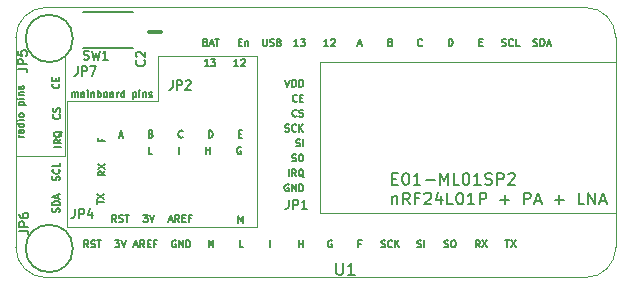
<source format=gbr>
G04 #@! TF.GenerationSoftware,KiCad,Pcbnew,(5.1.4-0-10_14)*
G04 #@! TF.CreationDate,2019-11-15T13:24:20+01:00*
G04 #@! TF.ProjectId,FeatherWing nRF24L01 Adapter,46656174-6865-4725-9769-6e67206e5246,rev?*
G04 #@! TF.SameCoordinates,Original*
G04 #@! TF.FileFunction,Legend,Top*
G04 #@! TF.FilePolarity,Positive*
%FSLAX46Y46*%
G04 Gerber Fmt 4.6, Leading zero omitted, Abs format (unit mm)*
G04 Created by KiCad (PCBNEW (5.1.4-0-10_14)) date 2019-11-15 13:24:20*
%MOMM*%
%LPD*%
G04 APERTURE LIST*
%ADD10C,0.150000*%
%ADD11C,0.120000*%
%ADD12C,0.203200*%
%ADD13C,0.304800*%
%ADD14C,0.138988*%
G04 APERTURE END LIST*
D10*
X118257014Y-83607828D02*
X117914157Y-83607828D01*
X118085585Y-83607828D02*
X118085585Y-83007828D01*
X118028442Y-83093542D01*
X117971300Y-83150685D01*
X117914157Y-83179257D01*
X118485585Y-83064971D02*
X118514157Y-83036400D01*
X118571300Y-83007828D01*
X118714157Y-83007828D01*
X118771300Y-83036400D01*
X118799871Y-83064971D01*
X118828442Y-83122114D01*
X118828442Y-83179257D01*
X118799871Y-83264971D01*
X118457014Y-83607828D01*
X118828442Y-83607828D01*
X115727014Y-83627828D02*
X115384157Y-83627828D01*
X115555585Y-83627828D02*
X115555585Y-83027828D01*
X115498442Y-83113542D01*
X115441300Y-83170685D01*
X115384157Y-83199257D01*
X115927014Y-83027828D02*
X116298442Y-83027828D01*
X116098442Y-83256400D01*
X116184157Y-83256400D01*
X116241300Y-83284971D01*
X116269871Y-83313542D01*
X116298442Y-83370685D01*
X116298442Y-83513542D01*
X116269871Y-83570685D01*
X116241300Y-83599257D01*
X116184157Y-83627828D01*
X116012728Y-83627828D01*
X115955585Y-83599257D01*
X115927014Y-83570685D01*
X108177142Y-89500000D02*
X108462857Y-89500000D01*
X108120000Y-89671428D02*
X108320000Y-89071428D01*
X108520000Y-89671428D01*
X110860357Y-89357142D02*
X110946071Y-89385714D01*
X110974642Y-89414285D01*
X111003214Y-89471428D01*
X111003214Y-89557142D01*
X110974642Y-89614285D01*
X110946071Y-89642857D01*
X110888928Y-89671428D01*
X110660357Y-89671428D01*
X110660357Y-89071428D01*
X110860357Y-89071428D01*
X110917500Y-89100000D01*
X110946071Y-89128571D01*
X110974642Y-89185714D01*
X110974642Y-89242857D01*
X110946071Y-89300000D01*
X110917500Y-89328571D01*
X110860357Y-89357142D01*
X110660357Y-89357142D01*
X113543571Y-89614285D02*
X113514999Y-89642857D01*
X113429285Y-89671428D01*
X113372142Y-89671428D01*
X113286428Y-89642857D01*
X113229285Y-89585714D01*
X113200714Y-89528571D01*
X113172142Y-89414285D01*
X113172142Y-89328571D01*
X113200714Y-89214285D01*
X113229285Y-89157142D01*
X113286428Y-89100000D01*
X113372142Y-89071428D01*
X113429285Y-89071428D01*
X113514999Y-89100000D01*
X113543571Y-89128571D01*
X115741071Y-89671428D02*
X115741071Y-89071428D01*
X115883928Y-89071428D01*
X115969642Y-89100000D01*
X116026785Y-89157142D01*
X116055356Y-89214285D01*
X116083928Y-89328571D01*
X116083928Y-89414285D01*
X116055356Y-89528571D01*
X116026785Y-89585714D01*
X115969642Y-89642857D01*
X115883928Y-89671428D01*
X115741071Y-89671428D01*
X118281428Y-89357142D02*
X118481428Y-89357142D01*
X118567142Y-89671428D02*
X118281428Y-89671428D01*
X118281428Y-89071428D01*
X118567142Y-89071428D01*
X118250000Y-96921428D02*
X118250000Y-96321428D01*
X118450000Y-96750000D01*
X118650000Y-96321428D01*
X118650000Y-96921428D01*
X110955714Y-91071428D02*
X110670000Y-91071428D01*
X110670000Y-90471428D01*
X113183333Y-91071428D02*
X113183333Y-90471428D01*
X115496665Y-91071428D02*
X115496665Y-90471428D01*
X115496665Y-90757142D02*
X115839522Y-90757142D01*
X115839522Y-91071428D02*
X115839522Y-90471428D01*
X118467142Y-90500000D02*
X118410000Y-90471428D01*
X118324285Y-90471428D01*
X118238571Y-90500000D01*
X118181428Y-90557142D01*
X118152857Y-90614285D01*
X118124285Y-90728571D01*
X118124285Y-90814285D01*
X118152857Y-90928571D01*
X118181428Y-90985714D01*
X118238571Y-91042857D01*
X118324285Y-91071428D01*
X118381428Y-91071428D01*
X118467142Y-91042857D01*
X118495714Y-91014285D01*
X118495714Y-90814285D01*
X118381428Y-90814285D01*
X123327014Y-81932428D02*
X122984157Y-81932428D01*
X123155585Y-81932428D02*
X123155585Y-81332428D01*
X123098442Y-81418142D01*
X123041300Y-81475285D01*
X122984157Y-81503857D01*
X123527014Y-81332428D02*
X123898442Y-81332428D01*
X123698442Y-81561000D01*
X123784157Y-81561000D01*
X123841300Y-81589571D01*
X123869871Y-81618142D01*
X123898442Y-81675285D01*
X123898442Y-81818142D01*
X123869871Y-81875285D01*
X123841300Y-81903857D01*
X123784157Y-81932428D01*
X123612728Y-81932428D01*
X123555585Y-81903857D01*
X123527014Y-81875285D01*
X123121428Y-90399997D02*
X123207142Y-90428568D01*
X123349999Y-90428568D01*
X123407142Y-90399997D01*
X123435714Y-90371425D01*
X123464285Y-90314282D01*
X123464285Y-90257140D01*
X123435714Y-90199997D01*
X123407142Y-90171425D01*
X123349999Y-90142854D01*
X123235714Y-90114282D01*
X123178571Y-90085711D01*
X123149999Y-90057140D01*
X123121428Y-89999997D01*
X123121428Y-89942854D01*
X123149999Y-89885711D01*
X123178571Y-89857140D01*
X123235714Y-89828568D01*
X123378571Y-89828568D01*
X123464285Y-89857140D01*
X123721428Y-90428568D02*
X123721428Y-89828568D01*
X122207142Y-89135712D02*
X122292856Y-89164283D01*
X122435713Y-89164283D01*
X122492856Y-89135712D01*
X122521428Y-89107140D01*
X122549999Y-89049997D01*
X122549999Y-88992855D01*
X122521428Y-88935712D01*
X122492856Y-88907140D01*
X122435713Y-88878569D01*
X122321428Y-88849997D01*
X122264285Y-88821426D01*
X122235713Y-88792855D01*
X122207142Y-88735712D01*
X122207142Y-88678569D01*
X122235713Y-88621426D01*
X122264285Y-88592855D01*
X122321428Y-88564283D01*
X122464285Y-88564283D01*
X122549999Y-88592855D01*
X123149999Y-89107140D02*
X123121428Y-89135712D01*
X123035713Y-89164283D01*
X122978571Y-89164283D01*
X122892856Y-89135712D01*
X122835713Y-89078569D01*
X122807142Y-89021426D01*
X122778571Y-88907140D01*
X122778571Y-88821426D01*
X122807142Y-88707140D01*
X122835713Y-88649997D01*
X122892856Y-88592855D01*
X122978571Y-88564283D01*
X123035713Y-88564283D01*
X123121428Y-88592855D01*
X123149999Y-88621426D01*
X123407142Y-89164283D02*
X123407142Y-88564283D01*
X123749999Y-89164283D02*
X123492856Y-88821426D01*
X123749999Y-88564283D02*
X123407142Y-88907140D01*
X122778571Y-91664282D02*
X122864286Y-91692853D01*
X123007143Y-91692853D01*
X123064286Y-91664282D01*
X123092857Y-91635710D01*
X123121428Y-91578567D01*
X123121428Y-91521425D01*
X123092857Y-91464282D01*
X123064286Y-91435710D01*
X123007143Y-91407139D01*
X122892857Y-91378567D01*
X122835714Y-91349996D01*
X122807143Y-91321425D01*
X122778571Y-91264282D01*
X122778571Y-91207139D01*
X122807143Y-91149996D01*
X122835714Y-91121425D01*
X122892857Y-91092853D01*
X123035714Y-91092853D01*
X123121428Y-91121425D01*
X123492857Y-91092853D02*
X123607143Y-91092853D01*
X123664286Y-91121425D01*
X123721428Y-91178567D01*
X123750000Y-91292853D01*
X123750000Y-91492853D01*
X123721428Y-91607139D01*
X123664286Y-91664282D01*
X123607143Y-91692853D01*
X123492857Y-91692853D01*
X123435714Y-91664282D01*
X123378571Y-91607139D01*
X123350000Y-91492853D01*
X123350000Y-91292853D01*
X123378571Y-91178567D01*
X123435714Y-91121425D01*
X123492857Y-91092853D01*
X122492857Y-92957138D02*
X122492857Y-92357138D01*
X123121428Y-92957138D02*
X122921428Y-92671424D01*
X122778571Y-92957138D02*
X122778571Y-92357138D01*
X123007143Y-92357138D01*
X123064285Y-92385710D01*
X123092857Y-92414281D01*
X123121428Y-92471424D01*
X123121428Y-92557138D01*
X123092857Y-92614281D01*
X123064285Y-92642852D01*
X123007143Y-92671424D01*
X122778571Y-92671424D01*
X123778571Y-93014281D02*
X123721428Y-92985710D01*
X123664285Y-92928567D01*
X123578571Y-92842852D01*
X123521428Y-92814281D01*
X123464285Y-92814281D01*
X123492857Y-92957138D02*
X123435714Y-92928567D01*
X123378571Y-92871424D01*
X123350000Y-92757138D01*
X123350000Y-92557138D01*
X123378571Y-92442852D01*
X123435714Y-92385710D01*
X123492857Y-92357138D01*
X123607143Y-92357138D01*
X123664285Y-92385710D01*
X123721428Y-92442852D01*
X123750000Y-92557138D01*
X123750000Y-92757138D01*
X123721428Y-92871424D01*
X123664285Y-92928567D01*
X123607143Y-92957138D01*
X123492857Y-92957138D01*
X123178571Y-87842855D02*
X123149999Y-87871427D01*
X123064285Y-87899998D01*
X123007142Y-87899998D01*
X122921428Y-87871427D01*
X122864285Y-87814284D01*
X122835713Y-87757141D01*
X122807142Y-87642855D01*
X122807142Y-87557141D01*
X122835713Y-87442855D01*
X122864285Y-87385712D01*
X122921428Y-87328570D01*
X123007142Y-87299998D01*
X123064285Y-87299998D01*
X123149999Y-87328570D01*
X123178571Y-87357141D01*
X123407142Y-87871427D02*
X123492856Y-87899998D01*
X123635713Y-87899998D01*
X123692856Y-87871427D01*
X123721428Y-87842855D01*
X123749999Y-87785712D01*
X123749999Y-87728570D01*
X123721428Y-87671427D01*
X123692856Y-87642855D01*
X123635713Y-87614284D01*
X123521428Y-87585712D01*
X123464285Y-87557141D01*
X123435713Y-87528570D01*
X123407142Y-87471427D01*
X123407142Y-87414284D01*
X123435713Y-87357141D01*
X123464285Y-87328570D01*
X123521428Y-87299998D01*
X123664285Y-87299998D01*
X123749999Y-87328570D01*
X123207142Y-86578570D02*
X123178571Y-86607142D01*
X123092857Y-86635713D01*
X123035714Y-86635713D01*
X122949999Y-86607142D01*
X122892857Y-86549999D01*
X122864285Y-86492856D01*
X122835714Y-86378570D01*
X122835714Y-86292856D01*
X122864285Y-86178570D01*
X122892857Y-86121427D01*
X122949999Y-86064285D01*
X123035714Y-86035713D01*
X123092857Y-86035713D01*
X123178571Y-86064285D01*
X123207142Y-86092856D01*
X123464285Y-86321427D02*
X123664285Y-86321427D01*
X123749999Y-86635713D02*
X123464285Y-86635713D01*
X123464285Y-86035713D01*
X123749999Y-86035713D01*
X122492857Y-93650000D02*
X122435714Y-93621428D01*
X122350000Y-93621428D01*
X122264285Y-93650000D01*
X122207142Y-93707142D01*
X122178571Y-93764285D01*
X122150000Y-93878571D01*
X122150000Y-93964285D01*
X122178571Y-94078571D01*
X122207142Y-94135714D01*
X122264285Y-94192857D01*
X122350000Y-94221428D01*
X122407142Y-94221428D01*
X122492857Y-94192857D01*
X122521428Y-94164285D01*
X122521428Y-93964285D01*
X122407142Y-93964285D01*
X122778571Y-94221428D02*
X122778571Y-93621428D01*
X123121428Y-94221428D01*
X123121428Y-93621428D01*
X123407142Y-94221428D02*
X123407142Y-93621428D01*
X123550000Y-93621428D01*
X123635714Y-93650000D01*
X123692857Y-93707142D01*
X123721428Y-93764285D01*
X123750000Y-93878571D01*
X123750000Y-93964285D01*
X123721428Y-94078571D01*
X123692857Y-94135714D01*
X123635714Y-94192857D01*
X123550000Y-94221428D01*
X123407142Y-94221428D01*
X122207143Y-84771428D02*
X122407143Y-85371428D01*
X122607143Y-84771428D01*
X122807143Y-85371428D02*
X122807143Y-84771428D01*
X122950000Y-84771428D01*
X123035714Y-84800000D01*
X123092857Y-84857142D01*
X123121428Y-84914285D01*
X123150000Y-85028571D01*
X123150000Y-85114285D01*
X123121428Y-85228571D01*
X123092857Y-85285714D01*
X123035714Y-85342857D01*
X122950000Y-85371428D01*
X122807143Y-85371428D01*
X123407143Y-85371428D02*
X123407143Y-84771428D01*
X123550000Y-84771428D01*
X123635714Y-84800000D01*
X123692857Y-84857142D01*
X123721428Y-84914285D01*
X123750000Y-85028571D01*
X123750000Y-85114285D01*
X123721428Y-85228571D01*
X123692857Y-85285714D01*
X123635714Y-85342857D01*
X123550000Y-85371428D01*
X123407143Y-85371428D01*
X106667142Y-89794285D02*
X106667142Y-89994285D01*
X106981428Y-89994285D02*
X106381428Y-89994285D01*
X106381428Y-89708571D01*
X106971428Y-92540000D02*
X106685714Y-92740000D01*
X106971428Y-92882857D02*
X106371428Y-92882857D01*
X106371428Y-92654285D01*
X106400000Y-92597142D01*
X106428571Y-92568571D01*
X106485714Y-92540000D01*
X106571428Y-92540000D01*
X106628571Y-92568571D01*
X106657142Y-92597142D01*
X106685714Y-92654285D01*
X106685714Y-92882857D01*
X106371428Y-92340000D02*
X106971428Y-91940000D01*
X106371428Y-91940000D02*
X106971428Y-92340000D01*
X106311428Y-95337142D02*
X106311428Y-94994285D01*
X106911428Y-95165714D02*
X106311428Y-95165714D01*
X106311428Y-94851428D02*
X106911428Y-94451428D01*
X106311428Y-94451428D02*
X106911428Y-94851428D01*
X104159471Y-86237728D02*
X104159471Y-85837728D01*
X104159471Y-85894871D02*
X104188042Y-85866300D01*
X104245185Y-85837728D01*
X104330900Y-85837728D01*
X104388042Y-85866300D01*
X104416614Y-85923442D01*
X104416614Y-86237728D01*
X104416614Y-85923442D02*
X104445185Y-85866300D01*
X104502328Y-85837728D01*
X104588042Y-85837728D01*
X104645185Y-85866300D01*
X104673757Y-85923442D01*
X104673757Y-86237728D01*
X105216614Y-86237728D02*
X105216614Y-85923442D01*
X105188042Y-85866300D01*
X105130900Y-85837728D01*
X105016614Y-85837728D01*
X104959471Y-85866300D01*
X105216614Y-86209157D02*
X105159471Y-86237728D01*
X105016614Y-86237728D01*
X104959471Y-86209157D01*
X104930900Y-86152014D01*
X104930900Y-86094871D01*
X104959471Y-86037728D01*
X105016614Y-86009157D01*
X105159471Y-86009157D01*
X105216614Y-85980585D01*
X105502328Y-86237728D02*
X105502328Y-85837728D01*
X105502328Y-85637728D02*
X105473757Y-85666300D01*
X105502328Y-85694871D01*
X105530900Y-85666300D01*
X105502328Y-85637728D01*
X105502328Y-85694871D01*
X105788042Y-85837728D02*
X105788042Y-86237728D01*
X105788042Y-85894871D02*
X105816614Y-85866300D01*
X105873757Y-85837728D01*
X105959471Y-85837728D01*
X106016614Y-85866300D01*
X106045185Y-85923442D01*
X106045185Y-86237728D01*
X106330900Y-86237728D02*
X106330900Y-85637728D01*
X106330900Y-85866300D02*
X106388042Y-85837728D01*
X106502328Y-85837728D01*
X106559471Y-85866300D01*
X106588042Y-85894871D01*
X106616614Y-85952014D01*
X106616614Y-86123442D01*
X106588042Y-86180585D01*
X106559471Y-86209157D01*
X106502328Y-86237728D01*
X106388042Y-86237728D01*
X106330900Y-86209157D01*
X106959471Y-86237728D02*
X106902328Y-86209157D01*
X106873757Y-86180585D01*
X106845185Y-86123442D01*
X106845185Y-85952014D01*
X106873757Y-85894871D01*
X106902328Y-85866300D01*
X106959471Y-85837728D01*
X107045185Y-85837728D01*
X107102328Y-85866300D01*
X107130900Y-85894871D01*
X107159471Y-85952014D01*
X107159471Y-86123442D01*
X107130900Y-86180585D01*
X107102328Y-86209157D01*
X107045185Y-86237728D01*
X106959471Y-86237728D01*
X107673757Y-86237728D02*
X107673757Y-85923442D01*
X107645185Y-85866300D01*
X107588042Y-85837728D01*
X107473757Y-85837728D01*
X107416614Y-85866300D01*
X107673757Y-86209157D02*
X107616614Y-86237728D01*
X107473757Y-86237728D01*
X107416614Y-86209157D01*
X107388042Y-86152014D01*
X107388042Y-86094871D01*
X107416614Y-86037728D01*
X107473757Y-86009157D01*
X107616614Y-86009157D01*
X107673757Y-85980585D01*
X107959471Y-86237728D02*
X107959471Y-85837728D01*
X107959471Y-85952014D02*
X107988042Y-85894871D01*
X108016614Y-85866300D01*
X108073757Y-85837728D01*
X108130900Y-85837728D01*
X108588042Y-86237728D02*
X108588042Y-85637728D01*
X108588042Y-86209157D02*
X108530900Y-86237728D01*
X108416614Y-86237728D01*
X108359471Y-86209157D01*
X108330900Y-86180585D01*
X108302328Y-86123442D01*
X108302328Y-85952014D01*
X108330900Y-85894871D01*
X108359471Y-85866300D01*
X108416614Y-85837728D01*
X108530900Y-85837728D01*
X108588042Y-85866300D01*
X109330900Y-85837728D02*
X109330900Y-86437728D01*
X109330900Y-85866300D02*
X109388042Y-85837728D01*
X109502328Y-85837728D01*
X109559471Y-85866300D01*
X109588042Y-85894871D01*
X109616614Y-85952014D01*
X109616614Y-86123442D01*
X109588042Y-86180585D01*
X109559471Y-86209157D01*
X109502328Y-86237728D01*
X109388042Y-86237728D01*
X109330900Y-86209157D01*
X109873757Y-86237728D02*
X109873757Y-85837728D01*
X109873757Y-85637728D02*
X109845185Y-85666300D01*
X109873757Y-85694871D01*
X109902328Y-85666300D01*
X109873757Y-85637728D01*
X109873757Y-85694871D01*
X110159471Y-85837728D02*
X110159471Y-86237728D01*
X110159471Y-85894871D02*
X110188042Y-85866300D01*
X110245185Y-85837728D01*
X110330900Y-85837728D01*
X110388042Y-85866300D01*
X110416614Y-85923442D01*
X110416614Y-86237728D01*
X110673757Y-86209157D02*
X110730900Y-86237728D01*
X110845185Y-86237728D01*
X110902328Y-86209157D01*
X110930900Y-86152014D01*
X110930900Y-86123442D01*
X110902328Y-86066300D01*
X110845185Y-86037728D01*
X110759471Y-86037728D01*
X110702328Y-86009157D01*
X110673757Y-85952014D01*
X110673757Y-85923442D01*
X110702328Y-85866300D01*
X110759471Y-85837728D01*
X110845185Y-85837728D01*
X110902328Y-85866300D01*
D11*
X111480600Y-82791300D02*
X119862600Y-82791300D01*
X111480600Y-86550500D02*
X111480600Y-82791300D01*
X103759000Y-86550500D02*
X111480600Y-86550500D01*
X103759000Y-97205800D02*
X103759000Y-86550500D01*
X119862600Y-97205800D02*
X103759000Y-97205800D01*
X119862600Y-82791300D02*
X119862600Y-97205800D01*
D10*
X107913528Y-96829528D02*
X107713528Y-96543814D01*
X107570671Y-96829528D02*
X107570671Y-96229528D01*
X107799242Y-96229528D01*
X107856385Y-96258100D01*
X107884957Y-96286671D01*
X107913528Y-96343814D01*
X107913528Y-96429528D01*
X107884957Y-96486671D01*
X107856385Y-96515242D01*
X107799242Y-96543814D01*
X107570671Y-96543814D01*
X108142100Y-96800957D02*
X108227814Y-96829528D01*
X108370671Y-96829528D01*
X108427814Y-96800957D01*
X108456385Y-96772385D01*
X108484957Y-96715242D01*
X108484957Y-96658100D01*
X108456385Y-96600957D01*
X108427814Y-96572385D01*
X108370671Y-96543814D01*
X108256385Y-96515242D01*
X108199242Y-96486671D01*
X108170671Y-96458100D01*
X108142100Y-96400957D01*
X108142100Y-96343814D01*
X108170671Y-96286671D01*
X108199242Y-96258100D01*
X108256385Y-96229528D01*
X108399242Y-96229528D01*
X108484957Y-96258100D01*
X108656385Y-96229528D02*
X108999242Y-96229528D01*
X108827814Y-96829528D02*
X108827814Y-96229528D01*
X138657328Y-81618142D02*
X138857328Y-81618142D01*
X138943042Y-81932428D02*
X138657328Y-81932428D01*
X138657328Y-81332428D01*
X138943042Y-81332428D01*
X136050657Y-81932428D02*
X136050657Y-81332428D01*
X136193514Y-81332428D01*
X136279228Y-81361000D01*
X136336371Y-81418142D01*
X136364942Y-81475285D01*
X136393514Y-81589571D01*
X136393514Y-81675285D01*
X136364942Y-81789571D01*
X136336371Y-81846714D01*
X136279228Y-81903857D01*
X136193514Y-81932428D01*
X136050657Y-81932428D01*
X125857014Y-81932428D02*
X125514157Y-81932428D01*
X125685585Y-81932428D02*
X125685585Y-81332428D01*
X125628442Y-81418142D01*
X125571300Y-81475285D01*
X125514157Y-81503857D01*
X126085585Y-81389571D02*
X126114157Y-81361000D01*
X126171300Y-81332428D01*
X126314157Y-81332428D01*
X126371300Y-81361000D01*
X126399871Y-81389571D01*
X126428442Y-81446714D01*
X126428442Y-81503857D01*
X126399871Y-81589571D01*
X126057014Y-81932428D01*
X126428442Y-81932428D01*
X128368442Y-81761000D02*
X128654157Y-81761000D01*
X128311300Y-81932428D02*
X128511300Y-81332428D01*
X128711300Y-81932428D01*
X131147157Y-81618142D02*
X131232871Y-81646714D01*
X131261442Y-81675285D01*
X131290014Y-81732428D01*
X131290014Y-81818142D01*
X131261442Y-81875285D01*
X131232871Y-81903857D01*
X131175728Y-81932428D01*
X130947157Y-81932428D01*
X130947157Y-81332428D01*
X131147157Y-81332428D01*
X131204300Y-81361000D01*
X131232871Y-81389571D01*
X131261442Y-81446714D01*
X131261442Y-81503857D01*
X131232871Y-81561000D01*
X131204300Y-81589571D01*
X131147157Y-81618142D01*
X130947157Y-81618142D01*
X133790014Y-81875285D02*
X133761442Y-81903857D01*
X133675728Y-81932428D01*
X133618585Y-81932428D01*
X133532871Y-81903857D01*
X133475728Y-81846714D01*
X133447157Y-81789571D01*
X133418585Y-81675285D01*
X133418585Y-81589571D01*
X133447157Y-81475285D01*
X133475728Y-81418142D01*
X133532871Y-81361000D01*
X133618585Y-81332428D01*
X133675728Y-81332428D01*
X133761442Y-81361000D01*
X133790014Y-81389571D01*
X100071428Y-89657142D02*
X99671428Y-89657142D01*
X99785714Y-89657142D02*
X99728571Y-89628571D01*
X99700000Y-89600000D01*
X99671428Y-89542857D01*
X99671428Y-89485714D01*
X100071428Y-89028571D02*
X99757142Y-89028571D01*
X99700000Y-89057142D01*
X99671428Y-89114285D01*
X99671428Y-89228571D01*
X99700000Y-89285714D01*
X100042857Y-89028571D02*
X100071428Y-89085714D01*
X100071428Y-89228571D01*
X100042857Y-89285714D01*
X99985714Y-89314285D01*
X99928571Y-89314285D01*
X99871428Y-89285714D01*
X99842857Y-89228571D01*
X99842857Y-89085714D01*
X99814285Y-89028571D01*
X100071428Y-88485714D02*
X99471428Y-88485714D01*
X100042857Y-88485714D02*
X100071428Y-88542857D01*
X100071428Y-88657142D01*
X100042857Y-88714285D01*
X100014285Y-88742857D01*
X99957142Y-88771428D01*
X99785714Y-88771428D01*
X99728571Y-88742857D01*
X99700000Y-88714285D01*
X99671428Y-88657142D01*
X99671428Y-88542857D01*
X99700000Y-88485714D01*
X100071428Y-88200000D02*
X99671428Y-88200000D01*
X99471428Y-88200000D02*
X99500000Y-88228571D01*
X99528571Y-88200000D01*
X99500000Y-88171428D01*
X99471428Y-88200000D01*
X99528571Y-88200000D01*
X100071428Y-87828571D02*
X100042857Y-87885714D01*
X100014285Y-87914285D01*
X99957142Y-87942857D01*
X99785714Y-87942857D01*
X99728571Y-87914285D01*
X99700000Y-87885714D01*
X99671428Y-87828571D01*
X99671428Y-87742857D01*
X99700000Y-87685714D01*
X99728571Y-87657142D01*
X99785714Y-87628571D01*
X99957142Y-87628571D01*
X100014285Y-87657142D01*
X100042857Y-87685714D01*
X100071428Y-87742857D01*
X100071428Y-87828571D01*
X99671428Y-86914285D02*
X100271428Y-86914285D01*
X99700000Y-86914285D02*
X99671428Y-86857142D01*
X99671428Y-86742857D01*
X99700000Y-86685714D01*
X99728571Y-86657142D01*
X99785714Y-86628571D01*
X99957142Y-86628571D01*
X100014285Y-86657142D01*
X100042857Y-86685714D01*
X100071428Y-86742857D01*
X100071428Y-86857142D01*
X100042857Y-86914285D01*
X100071428Y-86371428D02*
X99671428Y-86371428D01*
X99471428Y-86371428D02*
X99500000Y-86400000D01*
X99528571Y-86371428D01*
X99500000Y-86342857D01*
X99471428Y-86371428D01*
X99528571Y-86371428D01*
X99671428Y-86085714D02*
X100071428Y-86085714D01*
X99728571Y-86085714D02*
X99700000Y-86057142D01*
X99671428Y-86000000D01*
X99671428Y-85914285D01*
X99700000Y-85857142D01*
X99757142Y-85828571D01*
X100071428Y-85828571D01*
X100042857Y-85571428D02*
X100071428Y-85514285D01*
X100071428Y-85400000D01*
X100042857Y-85342857D01*
X99985714Y-85314285D01*
X99957142Y-85314285D01*
X99900000Y-85342857D01*
X99871428Y-85400000D01*
X99871428Y-85485714D01*
X99842857Y-85542857D01*
X99785714Y-85571428D01*
X99757142Y-85571428D01*
X99700000Y-85542857D01*
X99671428Y-85485714D01*
X99671428Y-85400000D01*
X99700000Y-85342857D01*
D11*
X103600000Y-91200000D02*
X103600000Y-82800000D01*
X99400000Y-91200000D02*
X103600000Y-91200000D01*
D10*
X103224428Y-90454785D02*
X102624428Y-90454785D01*
X103224428Y-89826214D02*
X102938714Y-90026214D01*
X103224428Y-90169071D02*
X102624428Y-90169071D01*
X102624428Y-89940500D01*
X102653000Y-89883357D01*
X102681571Y-89854785D01*
X102738714Y-89826214D01*
X102824428Y-89826214D01*
X102881571Y-89854785D01*
X102910142Y-89883357D01*
X102938714Y-89940500D01*
X102938714Y-90169071D01*
X103281571Y-89169071D02*
X103253000Y-89226214D01*
X103195857Y-89283357D01*
X103110142Y-89369071D01*
X103081571Y-89426214D01*
X103081571Y-89483357D01*
X103224428Y-89454785D02*
X103195857Y-89511928D01*
X103138714Y-89569071D01*
X103024428Y-89597642D01*
X102824428Y-89597642D01*
X102710142Y-89569071D01*
X102653000Y-89511928D01*
X102624428Y-89454785D01*
X102624428Y-89340500D01*
X102653000Y-89283357D01*
X102710142Y-89226214D01*
X102824428Y-89197642D01*
X103024428Y-89197642D01*
X103138714Y-89226214D01*
X103195857Y-89283357D01*
X103224428Y-89340500D01*
X103224428Y-89454785D01*
X103103785Y-87718000D02*
X103132357Y-87746571D01*
X103160928Y-87832285D01*
X103160928Y-87889428D01*
X103132357Y-87975142D01*
X103075214Y-88032285D01*
X103018071Y-88060857D01*
X102903785Y-88089428D01*
X102818071Y-88089428D01*
X102703785Y-88060857D01*
X102646642Y-88032285D01*
X102589500Y-87975142D01*
X102560928Y-87889428D01*
X102560928Y-87832285D01*
X102589500Y-87746571D01*
X102618071Y-87718000D01*
X103132357Y-87489428D02*
X103160928Y-87403714D01*
X103160928Y-87260857D01*
X103132357Y-87203714D01*
X103103785Y-87175142D01*
X103046642Y-87146571D01*
X102989500Y-87146571D01*
X102932357Y-87175142D01*
X102903785Y-87203714D01*
X102875214Y-87260857D01*
X102846642Y-87375142D01*
X102818071Y-87432285D01*
X102789500Y-87460857D01*
X102732357Y-87489428D01*
X102675214Y-87489428D01*
X102618071Y-87460857D01*
X102589500Y-87432285D01*
X102560928Y-87375142D01*
X102560928Y-87232285D01*
X102589500Y-87146571D01*
X103040285Y-85100214D02*
X103068857Y-85128785D01*
X103097428Y-85214500D01*
X103097428Y-85271642D01*
X103068857Y-85357357D01*
X103011714Y-85414500D01*
X102954571Y-85443071D01*
X102840285Y-85471642D01*
X102754571Y-85471642D01*
X102640285Y-85443071D01*
X102583142Y-85414500D01*
X102526000Y-85357357D01*
X102497428Y-85271642D01*
X102497428Y-85214500D01*
X102526000Y-85128785D01*
X102554571Y-85100214D01*
X102783142Y-84843071D02*
X102783142Y-84643071D01*
X103097428Y-84557357D02*
X103097428Y-84843071D01*
X102497428Y-84843071D01*
X102497428Y-84557357D01*
X103081857Y-93301785D02*
X103110428Y-93216071D01*
X103110428Y-93073214D01*
X103081857Y-93016071D01*
X103053285Y-92987500D01*
X102996142Y-92958928D01*
X102939000Y-92958928D01*
X102881857Y-92987500D01*
X102853285Y-93016071D01*
X102824714Y-93073214D01*
X102796142Y-93187500D01*
X102767571Y-93244642D01*
X102739000Y-93273214D01*
X102681857Y-93301785D01*
X102624714Y-93301785D01*
X102567571Y-93273214D01*
X102539000Y-93244642D01*
X102510428Y-93187500D01*
X102510428Y-93044642D01*
X102539000Y-92958928D01*
X103053285Y-92358928D02*
X103081857Y-92387500D01*
X103110428Y-92473214D01*
X103110428Y-92530357D01*
X103081857Y-92616071D01*
X103024714Y-92673214D01*
X102967571Y-92701785D01*
X102853285Y-92730357D01*
X102767571Y-92730357D01*
X102653285Y-92701785D01*
X102596142Y-92673214D01*
X102539000Y-92616071D01*
X102510428Y-92530357D01*
X102510428Y-92473214D01*
X102539000Y-92387500D01*
X102567571Y-92358928D01*
X103110428Y-91816071D02*
X103110428Y-92101785D01*
X102510428Y-92101785D01*
X103081857Y-95983071D02*
X103110428Y-95897357D01*
X103110428Y-95754500D01*
X103081857Y-95697357D01*
X103053285Y-95668785D01*
X102996142Y-95640214D01*
X102939000Y-95640214D01*
X102881857Y-95668785D01*
X102853285Y-95697357D01*
X102824714Y-95754500D01*
X102796142Y-95868785D01*
X102767571Y-95925928D01*
X102739000Y-95954500D01*
X102681857Y-95983071D01*
X102624714Y-95983071D01*
X102567571Y-95954500D01*
X102539000Y-95925928D01*
X102510428Y-95868785D01*
X102510428Y-95725928D01*
X102539000Y-95640214D01*
X103110428Y-95383071D02*
X102510428Y-95383071D01*
X102510428Y-95240214D01*
X102539000Y-95154500D01*
X102596142Y-95097357D01*
X102653285Y-95068785D01*
X102767571Y-95040214D01*
X102853285Y-95040214D01*
X102967571Y-95068785D01*
X103024714Y-95097357D01*
X103081857Y-95154500D01*
X103110428Y-95240214D01*
X103110428Y-95383071D01*
X102939000Y-94811642D02*
X102939000Y-94525928D01*
X103110428Y-94868785D02*
X102510428Y-94668785D01*
X103110428Y-94468785D01*
X140862857Y-98361428D02*
X141205714Y-98361428D01*
X141034285Y-98961428D02*
X141034285Y-98361428D01*
X141348571Y-98361428D02*
X141748571Y-98961428D01*
X141748571Y-98361428D02*
X141348571Y-98961428D01*
X138680000Y-98961428D02*
X138480000Y-98675714D01*
X138337142Y-98961428D02*
X138337142Y-98361428D01*
X138565714Y-98361428D01*
X138622857Y-98390000D01*
X138651428Y-98418571D01*
X138680000Y-98475714D01*
X138680000Y-98561428D01*
X138651428Y-98618571D01*
X138622857Y-98647142D01*
X138565714Y-98675714D01*
X138337142Y-98675714D01*
X138880000Y-98361428D02*
X139280000Y-98961428D01*
X139280000Y-98361428D02*
X138880000Y-98961428D01*
X135684285Y-98932857D02*
X135770000Y-98961428D01*
X135912857Y-98961428D01*
X135970000Y-98932857D01*
X135998571Y-98904285D01*
X136027142Y-98847142D01*
X136027142Y-98790000D01*
X135998571Y-98732857D01*
X135970000Y-98704285D01*
X135912857Y-98675714D01*
X135798571Y-98647142D01*
X135741428Y-98618571D01*
X135712857Y-98590000D01*
X135684285Y-98532857D01*
X135684285Y-98475714D01*
X135712857Y-98418571D01*
X135741428Y-98390000D01*
X135798571Y-98361428D01*
X135941428Y-98361428D01*
X136027142Y-98390000D01*
X136398571Y-98361428D02*
X136512857Y-98361428D01*
X136570000Y-98390000D01*
X136627142Y-98447142D01*
X136655714Y-98561428D01*
X136655714Y-98761428D01*
X136627142Y-98875714D01*
X136570000Y-98932857D01*
X136512857Y-98961428D01*
X136398571Y-98961428D01*
X136341428Y-98932857D01*
X136284285Y-98875714D01*
X136255714Y-98761428D01*
X136255714Y-98561428D01*
X136284285Y-98447142D01*
X136341428Y-98390000D01*
X136398571Y-98361428D01*
X133385714Y-98932857D02*
X133471428Y-98961428D01*
X133614285Y-98961428D01*
X133671428Y-98932857D01*
X133700000Y-98904285D01*
X133728571Y-98847142D01*
X133728571Y-98790000D01*
X133700000Y-98732857D01*
X133671428Y-98704285D01*
X133614285Y-98675714D01*
X133500000Y-98647142D01*
X133442857Y-98618571D01*
X133414285Y-98590000D01*
X133385714Y-98532857D01*
X133385714Y-98475714D01*
X133414285Y-98418571D01*
X133442857Y-98390000D01*
X133500000Y-98361428D01*
X133642857Y-98361428D01*
X133728571Y-98390000D01*
X133985714Y-98961428D02*
X133985714Y-98361428D01*
X130338571Y-98932857D02*
X130424285Y-98961428D01*
X130567142Y-98961428D01*
X130624285Y-98932857D01*
X130652857Y-98904285D01*
X130681428Y-98847142D01*
X130681428Y-98790000D01*
X130652857Y-98732857D01*
X130624285Y-98704285D01*
X130567142Y-98675714D01*
X130452857Y-98647142D01*
X130395714Y-98618571D01*
X130367142Y-98590000D01*
X130338571Y-98532857D01*
X130338571Y-98475714D01*
X130367142Y-98418571D01*
X130395714Y-98390000D01*
X130452857Y-98361428D01*
X130595714Y-98361428D01*
X130681428Y-98390000D01*
X131281428Y-98904285D02*
X131252857Y-98932857D01*
X131167142Y-98961428D01*
X131110000Y-98961428D01*
X131024285Y-98932857D01*
X130967142Y-98875714D01*
X130938571Y-98818571D01*
X130910000Y-98704285D01*
X130910000Y-98618571D01*
X130938571Y-98504285D01*
X130967142Y-98447142D01*
X131024285Y-98390000D01*
X131110000Y-98361428D01*
X131167142Y-98361428D01*
X131252857Y-98390000D01*
X131281428Y-98418571D01*
X131538571Y-98961428D02*
X131538571Y-98361428D01*
X131881428Y-98961428D02*
X131624285Y-98618571D01*
X131881428Y-98361428D02*
X131538571Y-98704285D01*
X128605714Y-98647142D02*
X128405714Y-98647142D01*
X128405714Y-98961428D02*
X128405714Y-98361428D01*
X128691428Y-98361428D01*
X126167142Y-98390000D02*
X126110000Y-98361428D01*
X126024285Y-98361428D01*
X125938571Y-98390000D01*
X125881428Y-98447142D01*
X125852857Y-98504285D01*
X125824285Y-98618571D01*
X125824285Y-98704285D01*
X125852857Y-98818571D01*
X125881428Y-98875714D01*
X125938571Y-98932857D01*
X126024285Y-98961428D01*
X126081428Y-98961428D01*
X126167142Y-98932857D01*
X126195714Y-98904285D01*
X126195714Y-98704285D01*
X126081428Y-98704285D01*
X123398571Y-98961428D02*
X123398571Y-98361428D01*
X123398571Y-98647142D02*
X123741428Y-98647142D01*
X123741428Y-98961428D02*
X123741428Y-98361428D01*
X120890000Y-98961428D02*
X120890000Y-98361428D01*
X118655714Y-98961428D02*
X118370000Y-98961428D01*
X118370000Y-98361428D01*
X115720000Y-98961428D02*
X115720000Y-98361428D01*
X115920000Y-98790000D01*
X116120000Y-98361428D01*
X116120000Y-98961428D01*
X112932857Y-98390000D02*
X112875714Y-98361428D01*
X112790000Y-98361428D01*
X112704285Y-98390000D01*
X112647142Y-98447142D01*
X112618571Y-98504285D01*
X112590000Y-98618571D01*
X112590000Y-98704285D01*
X112618571Y-98818571D01*
X112647142Y-98875714D01*
X112704285Y-98932857D01*
X112790000Y-98961428D01*
X112847142Y-98961428D01*
X112932857Y-98932857D01*
X112961428Y-98904285D01*
X112961428Y-98704285D01*
X112847142Y-98704285D01*
X113218571Y-98961428D02*
X113218571Y-98361428D01*
X113561428Y-98961428D01*
X113561428Y-98361428D01*
X113847142Y-98961428D02*
X113847142Y-98361428D01*
X113990000Y-98361428D01*
X114075714Y-98390000D01*
X114132857Y-98447142D01*
X114161428Y-98504285D01*
X114190000Y-98618571D01*
X114190000Y-98704285D01*
X114161428Y-98818571D01*
X114132857Y-98875714D01*
X114075714Y-98932857D01*
X113990000Y-98961428D01*
X113847142Y-98961428D01*
X109413071Y-98790000D02*
X109698785Y-98790000D01*
X109355928Y-98961428D02*
X109555928Y-98361428D01*
X109755928Y-98961428D01*
X110298785Y-98961428D02*
X110098785Y-98675714D01*
X109955928Y-98961428D02*
X109955928Y-98361428D01*
X110184500Y-98361428D01*
X110241642Y-98390000D01*
X110270214Y-98418571D01*
X110298785Y-98475714D01*
X110298785Y-98561428D01*
X110270214Y-98618571D01*
X110241642Y-98647142D01*
X110184500Y-98675714D01*
X109955928Y-98675714D01*
X110555928Y-98647142D02*
X110755928Y-98647142D01*
X110841642Y-98961428D02*
X110555928Y-98961428D01*
X110555928Y-98361428D01*
X110841642Y-98361428D01*
X111298785Y-98647142D02*
X111098785Y-98647142D01*
X111098785Y-98961428D02*
X111098785Y-98361428D01*
X111384500Y-98361428D01*
X107802857Y-98361428D02*
X108174285Y-98361428D01*
X107974285Y-98590000D01*
X108060000Y-98590000D01*
X108117142Y-98618571D01*
X108145714Y-98647142D01*
X108174285Y-98704285D01*
X108174285Y-98847142D01*
X108145714Y-98904285D01*
X108117142Y-98932857D01*
X108060000Y-98961428D01*
X107888571Y-98961428D01*
X107831428Y-98932857D01*
X107802857Y-98904285D01*
X108345714Y-98361428D02*
X108545714Y-98961428D01*
X108745714Y-98361428D01*
X105547428Y-98961428D02*
X105347428Y-98675714D01*
X105204571Y-98961428D02*
X105204571Y-98361428D01*
X105433142Y-98361428D01*
X105490285Y-98390000D01*
X105518857Y-98418571D01*
X105547428Y-98475714D01*
X105547428Y-98561428D01*
X105518857Y-98618571D01*
X105490285Y-98647142D01*
X105433142Y-98675714D01*
X105204571Y-98675714D01*
X105776000Y-98932857D02*
X105861714Y-98961428D01*
X106004571Y-98961428D01*
X106061714Y-98932857D01*
X106090285Y-98904285D01*
X106118857Y-98847142D01*
X106118857Y-98790000D01*
X106090285Y-98732857D01*
X106061714Y-98704285D01*
X106004571Y-98675714D01*
X105890285Y-98647142D01*
X105833142Y-98618571D01*
X105804571Y-98590000D01*
X105776000Y-98532857D01*
X105776000Y-98475714D01*
X105804571Y-98418571D01*
X105833142Y-98390000D01*
X105890285Y-98361428D01*
X106033142Y-98361428D01*
X106118857Y-98390000D01*
X106290285Y-98361428D02*
X106633142Y-98361428D01*
X106461714Y-98961428D02*
X106461714Y-98361428D01*
X120324657Y-81332428D02*
X120324657Y-81818142D01*
X120353228Y-81875285D01*
X120381800Y-81903857D01*
X120438942Y-81932428D01*
X120553228Y-81932428D01*
X120610371Y-81903857D01*
X120638942Y-81875285D01*
X120667514Y-81818142D01*
X120667514Y-81332428D01*
X120924657Y-81903857D02*
X121010371Y-81932428D01*
X121153228Y-81932428D01*
X121210371Y-81903857D01*
X121238942Y-81875285D01*
X121267514Y-81818142D01*
X121267514Y-81761000D01*
X121238942Y-81703857D01*
X121210371Y-81675285D01*
X121153228Y-81646714D01*
X121038942Y-81618142D01*
X120981800Y-81589571D01*
X120953228Y-81561000D01*
X120924657Y-81503857D01*
X120924657Y-81446714D01*
X120953228Y-81389571D01*
X120981800Y-81361000D01*
X121038942Y-81332428D01*
X121181800Y-81332428D01*
X121267514Y-81361000D01*
X121724657Y-81618142D02*
X121810371Y-81646714D01*
X121838942Y-81675285D01*
X121867514Y-81732428D01*
X121867514Y-81818142D01*
X121838942Y-81875285D01*
X121810371Y-81903857D01*
X121753228Y-81932428D01*
X121524657Y-81932428D01*
X121524657Y-81332428D01*
X121724657Y-81332428D01*
X121781800Y-81361000D01*
X121810371Y-81389571D01*
X121838942Y-81446714D01*
X121838942Y-81503857D01*
X121810371Y-81561000D01*
X121781800Y-81589571D01*
X121724657Y-81618142D01*
X121524657Y-81618142D01*
X118268800Y-81618142D02*
X118468800Y-81618142D01*
X118554514Y-81932428D02*
X118268800Y-81932428D01*
X118268800Y-81332428D01*
X118554514Y-81332428D01*
X118811657Y-81532428D02*
X118811657Y-81932428D01*
X118811657Y-81589571D02*
X118840228Y-81561000D01*
X118897371Y-81532428D01*
X118983085Y-81532428D01*
X119040228Y-81561000D01*
X119068800Y-81618142D01*
X119068800Y-81932428D01*
X115470042Y-81618142D02*
X115555757Y-81646714D01*
X115584328Y-81675285D01*
X115612900Y-81732428D01*
X115612900Y-81818142D01*
X115584328Y-81875285D01*
X115555757Y-81903857D01*
X115498614Y-81932428D01*
X115270042Y-81932428D01*
X115270042Y-81332428D01*
X115470042Y-81332428D01*
X115527185Y-81361000D01*
X115555757Y-81389571D01*
X115584328Y-81446714D01*
X115584328Y-81503857D01*
X115555757Y-81561000D01*
X115527185Y-81589571D01*
X115470042Y-81618142D01*
X115270042Y-81618142D01*
X115841471Y-81761000D02*
X116127185Y-81761000D01*
X115784328Y-81932428D02*
X115984328Y-81332428D01*
X116184328Y-81932428D01*
X116298614Y-81332428D02*
X116641471Y-81332428D01*
X116470042Y-81932428D02*
X116470042Y-81332428D01*
X140573214Y-81903857D02*
X140658928Y-81932428D01*
X140801785Y-81932428D01*
X140858928Y-81903857D01*
X140887500Y-81875285D01*
X140916071Y-81818142D01*
X140916071Y-81761000D01*
X140887500Y-81703857D01*
X140858928Y-81675285D01*
X140801785Y-81646714D01*
X140687500Y-81618142D01*
X140630357Y-81589571D01*
X140601785Y-81561000D01*
X140573214Y-81503857D01*
X140573214Y-81446714D01*
X140601785Y-81389571D01*
X140630357Y-81361000D01*
X140687500Y-81332428D01*
X140830357Y-81332428D01*
X140916071Y-81361000D01*
X141516071Y-81875285D02*
X141487500Y-81903857D01*
X141401785Y-81932428D01*
X141344642Y-81932428D01*
X141258928Y-81903857D01*
X141201785Y-81846714D01*
X141173214Y-81789571D01*
X141144642Y-81675285D01*
X141144642Y-81589571D01*
X141173214Y-81475285D01*
X141201785Y-81418142D01*
X141258928Y-81361000D01*
X141344642Y-81332428D01*
X141401785Y-81332428D01*
X141487500Y-81361000D01*
X141516071Y-81389571D01*
X142058928Y-81932428D02*
X141773214Y-81932428D01*
X141773214Y-81332428D01*
X143225928Y-81903857D02*
X143311642Y-81932428D01*
X143454500Y-81932428D01*
X143511642Y-81903857D01*
X143540214Y-81875285D01*
X143568785Y-81818142D01*
X143568785Y-81761000D01*
X143540214Y-81703857D01*
X143511642Y-81675285D01*
X143454500Y-81646714D01*
X143340214Y-81618142D01*
X143283071Y-81589571D01*
X143254500Y-81561000D01*
X143225928Y-81503857D01*
X143225928Y-81446714D01*
X143254500Y-81389571D01*
X143283071Y-81361000D01*
X143340214Y-81332428D01*
X143483071Y-81332428D01*
X143568785Y-81361000D01*
X143825928Y-81932428D02*
X143825928Y-81332428D01*
X143968785Y-81332428D01*
X144054500Y-81361000D01*
X144111642Y-81418142D01*
X144140214Y-81475285D01*
X144168785Y-81589571D01*
X144168785Y-81675285D01*
X144140214Y-81789571D01*
X144111642Y-81846714D01*
X144054500Y-81903857D01*
X143968785Y-81932428D01*
X143825928Y-81932428D01*
X144397357Y-81761000D02*
X144683071Y-81761000D01*
X144340214Y-81932428D02*
X144540214Y-81332428D01*
X144740214Y-81932428D01*
X131285595Y-93153571D02*
X131618928Y-93153571D01*
X131761785Y-93677380D02*
X131285595Y-93677380D01*
X131285595Y-92677380D01*
X131761785Y-92677380D01*
X132380833Y-92677380D02*
X132476071Y-92677380D01*
X132571309Y-92725000D01*
X132618928Y-92772619D01*
X132666547Y-92867857D01*
X132714166Y-93058333D01*
X132714166Y-93296428D01*
X132666547Y-93486904D01*
X132618928Y-93582142D01*
X132571309Y-93629761D01*
X132476071Y-93677380D01*
X132380833Y-93677380D01*
X132285595Y-93629761D01*
X132237976Y-93582142D01*
X132190357Y-93486904D01*
X132142738Y-93296428D01*
X132142738Y-93058333D01*
X132190357Y-92867857D01*
X132237976Y-92772619D01*
X132285595Y-92725000D01*
X132380833Y-92677380D01*
X133666547Y-93677380D02*
X133095119Y-93677380D01*
X133380833Y-93677380D02*
X133380833Y-92677380D01*
X133285595Y-92820238D01*
X133190357Y-92915476D01*
X133095119Y-92963095D01*
X134095119Y-93296428D02*
X134857023Y-93296428D01*
X135333214Y-93677380D02*
X135333214Y-92677380D01*
X135666547Y-93391666D01*
X135999880Y-92677380D01*
X135999880Y-93677380D01*
X136952261Y-93677380D02*
X136476071Y-93677380D01*
X136476071Y-92677380D01*
X137476071Y-92677380D02*
X137571309Y-92677380D01*
X137666547Y-92725000D01*
X137714166Y-92772619D01*
X137761785Y-92867857D01*
X137809404Y-93058333D01*
X137809404Y-93296428D01*
X137761785Y-93486904D01*
X137714166Y-93582142D01*
X137666547Y-93629761D01*
X137571309Y-93677380D01*
X137476071Y-93677380D01*
X137380833Y-93629761D01*
X137333214Y-93582142D01*
X137285595Y-93486904D01*
X137237976Y-93296428D01*
X137237976Y-93058333D01*
X137285595Y-92867857D01*
X137333214Y-92772619D01*
X137380833Y-92725000D01*
X137476071Y-92677380D01*
X138761785Y-93677380D02*
X138190357Y-93677380D01*
X138476071Y-93677380D02*
X138476071Y-92677380D01*
X138380833Y-92820238D01*
X138285595Y-92915476D01*
X138190357Y-92963095D01*
X139142738Y-93629761D02*
X139285595Y-93677380D01*
X139523690Y-93677380D01*
X139618928Y-93629761D01*
X139666547Y-93582142D01*
X139714166Y-93486904D01*
X139714166Y-93391666D01*
X139666547Y-93296428D01*
X139618928Y-93248809D01*
X139523690Y-93201190D01*
X139333214Y-93153571D01*
X139237976Y-93105952D01*
X139190357Y-93058333D01*
X139142738Y-92963095D01*
X139142738Y-92867857D01*
X139190357Y-92772619D01*
X139237976Y-92725000D01*
X139333214Y-92677380D01*
X139571309Y-92677380D01*
X139714166Y-92725000D01*
X140142738Y-93677380D02*
X140142738Y-92677380D01*
X140523690Y-92677380D01*
X140618928Y-92725000D01*
X140666547Y-92772619D01*
X140714166Y-92867857D01*
X140714166Y-93010714D01*
X140666547Y-93105952D01*
X140618928Y-93153571D01*
X140523690Y-93201190D01*
X140142738Y-93201190D01*
X141095119Y-92772619D02*
X141142738Y-92725000D01*
X141237976Y-92677380D01*
X141476071Y-92677380D01*
X141571309Y-92725000D01*
X141618928Y-92772619D01*
X141666547Y-92867857D01*
X141666547Y-92963095D01*
X141618928Y-93105952D01*
X141047500Y-93677380D01*
X141666547Y-93677380D01*
X131285595Y-94660714D02*
X131285595Y-95327380D01*
X131285595Y-94755952D02*
X131333214Y-94708333D01*
X131428452Y-94660714D01*
X131571309Y-94660714D01*
X131666547Y-94708333D01*
X131714166Y-94803571D01*
X131714166Y-95327380D01*
X132761785Y-95327380D02*
X132428452Y-94851190D01*
X132190357Y-95327380D02*
X132190357Y-94327380D01*
X132571309Y-94327380D01*
X132666547Y-94375000D01*
X132714166Y-94422619D01*
X132761785Y-94517857D01*
X132761785Y-94660714D01*
X132714166Y-94755952D01*
X132666547Y-94803571D01*
X132571309Y-94851190D01*
X132190357Y-94851190D01*
X133523690Y-94803571D02*
X133190357Y-94803571D01*
X133190357Y-95327380D02*
X133190357Y-94327380D01*
X133666547Y-94327380D01*
X133999880Y-94422619D02*
X134047500Y-94375000D01*
X134142738Y-94327380D01*
X134380833Y-94327380D01*
X134476071Y-94375000D01*
X134523690Y-94422619D01*
X134571309Y-94517857D01*
X134571309Y-94613095D01*
X134523690Y-94755952D01*
X133952261Y-95327380D01*
X134571309Y-95327380D01*
X135428452Y-94660714D02*
X135428452Y-95327380D01*
X135190357Y-94279761D02*
X134952261Y-94994047D01*
X135571309Y-94994047D01*
X136428452Y-95327380D02*
X135952261Y-95327380D01*
X135952261Y-94327380D01*
X136952261Y-94327380D02*
X137047500Y-94327380D01*
X137142738Y-94375000D01*
X137190357Y-94422619D01*
X137237976Y-94517857D01*
X137285595Y-94708333D01*
X137285595Y-94946428D01*
X137237976Y-95136904D01*
X137190357Y-95232142D01*
X137142738Y-95279761D01*
X137047500Y-95327380D01*
X136952261Y-95327380D01*
X136857023Y-95279761D01*
X136809404Y-95232142D01*
X136761785Y-95136904D01*
X136714166Y-94946428D01*
X136714166Y-94708333D01*
X136761785Y-94517857D01*
X136809404Y-94422619D01*
X136857023Y-94375000D01*
X136952261Y-94327380D01*
X138237976Y-95327380D02*
X137666547Y-95327380D01*
X137952261Y-95327380D02*
X137952261Y-94327380D01*
X137857023Y-94470238D01*
X137761785Y-94565476D01*
X137666547Y-94613095D01*
X138666547Y-95327380D02*
X138666547Y-94327380D01*
X139047500Y-94327380D01*
X139142738Y-94375000D01*
X139190357Y-94422619D01*
X139237976Y-94517857D01*
X139237976Y-94660714D01*
X139190357Y-94755952D01*
X139142738Y-94803571D01*
X139047500Y-94851190D01*
X138666547Y-94851190D01*
X140428452Y-94946428D02*
X141190357Y-94946428D01*
X140809404Y-95327380D02*
X140809404Y-94565476D01*
X142428452Y-95327380D02*
X142428452Y-94327380D01*
X142809404Y-94327380D01*
X142904642Y-94375000D01*
X142952261Y-94422619D01*
X142999880Y-94517857D01*
X142999880Y-94660714D01*
X142952261Y-94755952D01*
X142904642Y-94803571D01*
X142809404Y-94851190D01*
X142428452Y-94851190D01*
X143380833Y-95041666D02*
X143857023Y-95041666D01*
X143285595Y-95327380D02*
X143618928Y-94327380D01*
X143952261Y-95327380D01*
X145047500Y-94946428D02*
X145809404Y-94946428D01*
X145428452Y-95327380D02*
X145428452Y-94565476D01*
X147523690Y-95327380D02*
X147047500Y-95327380D01*
X147047500Y-94327380D01*
X147857023Y-95327380D02*
X147857023Y-94327380D01*
X148428452Y-95327380D01*
X148428452Y-94327380D01*
X148857023Y-95041666D02*
X149333214Y-95041666D01*
X148761785Y-95327380D02*
X149095119Y-94327380D01*
X149428452Y-95327380D01*
X110195593Y-96229528D02*
X110567021Y-96229528D01*
X110367021Y-96458100D01*
X110452736Y-96458100D01*
X110509878Y-96486671D01*
X110538450Y-96515242D01*
X110567021Y-96572385D01*
X110567021Y-96715242D01*
X110538450Y-96772385D01*
X110509878Y-96800957D01*
X110452736Y-96829528D01*
X110281307Y-96829528D01*
X110224164Y-96800957D01*
X110195593Y-96772385D01*
X110738450Y-96229528D02*
X110938450Y-96829528D01*
X111138450Y-96229528D01*
X112363371Y-96658100D02*
X112649085Y-96658100D01*
X112306228Y-96829528D02*
X112506228Y-96229528D01*
X112706228Y-96829528D01*
X113249085Y-96829528D02*
X113049085Y-96543814D01*
X112906228Y-96829528D02*
X112906228Y-96229528D01*
X113134800Y-96229528D01*
X113191942Y-96258100D01*
X113220514Y-96286671D01*
X113249085Y-96343814D01*
X113249085Y-96429528D01*
X113220514Y-96486671D01*
X113191942Y-96515242D01*
X113134800Y-96543814D01*
X112906228Y-96543814D01*
X113506228Y-96515242D02*
X113706228Y-96515242D01*
X113791942Y-96829528D02*
X113506228Y-96829528D01*
X113506228Y-96229528D01*
X113791942Y-96229528D01*
X114249085Y-96515242D02*
X114049085Y-96515242D01*
X114049085Y-96829528D02*
X114049085Y-96229528D01*
X114334800Y-96229528D01*
D11*
X150200000Y-96050000D02*
X125200000Y-96050000D01*
X150200000Y-83250000D02*
X150200000Y-96050000D01*
X125200000Y-83250000D02*
X150200000Y-83250000D01*
X125200000Y-96050000D02*
X125200000Y-83250000D01*
X101945000Y-101520001D02*
G75*
G02X99405000Y-98980001I0J2540000D01*
G01*
X99405000Y-81200001D02*
X99405000Y-98980001D01*
X99405000Y-81200001D02*
G75*
G02X101945000Y-78660001I2540000J0D01*
G01*
X147665000Y-78660001D02*
X101945000Y-78660001D01*
X147665000Y-78660001D02*
G75*
G02X150205000Y-81200001I0J-2540000D01*
G01*
X150205000Y-98980001D02*
X150205000Y-81200001D01*
X150205000Y-98980001D02*
G75*
G02X147665000Y-101520001I-2540000J0D01*
G01*
X101945000Y-101520001D02*
X147665000Y-101520001D01*
D12*
X104235000Y-81280000D02*
G75*
G03X104235000Y-81280000I-2000000J0D01*
G01*
X104235000Y-99060000D02*
G75*
G03X104235000Y-99060000I-2000000J0D01*
G01*
X109326100Y-82056100D02*
X105126100Y-82056100D01*
X105126100Y-79005300D02*
X109326100Y-79005300D01*
D13*
X111658000Y-80700000D02*
X110642000Y-80700000D01*
D10*
X126538095Y-100302380D02*
X126538095Y-101111904D01*
X126585714Y-101207142D01*
X126633333Y-101254761D01*
X126728571Y-101302380D01*
X126919047Y-101302380D01*
X127014285Y-101254761D01*
X127061904Y-101207142D01*
X127109523Y-101111904D01*
X127109523Y-100302380D01*
X128109523Y-101302380D02*
X127538095Y-101302380D01*
X127823809Y-101302380D02*
X127823809Y-100302380D01*
X127728571Y-100445238D01*
X127633333Y-100540476D01*
X127538095Y-100588095D01*
D14*
X122518259Y-94941070D02*
X122518259Y-95492613D01*
X122481490Y-95602921D01*
X122407951Y-95676460D01*
X122297642Y-95713230D01*
X122224103Y-95713230D01*
X122885954Y-95713230D02*
X122885954Y-94941070D01*
X123180111Y-94941070D01*
X123253650Y-94977840D01*
X123290419Y-95014609D01*
X123327189Y-95088148D01*
X123327189Y-95198457D01*
X123290419Y-95271996D01*
X123253650Y-95308765D01*
X123180111Y-95345535D01*
X122885954Y-95345535D01*
X124062579Y-95713230D02*
X123621345Y-95713230D01*
X123841962Y-95713230D02*
X123841962Y-94941070D01*
X123768423Y-95051379D01*
X123694884Y-95124918D01*
X123621345Y-95161687D01*
X112673906Y-84839870D02*
X112673906Y-85391413D01*
X112637137Y-85501721D01*
X112563598Y-85575260D01*
X112453289Y-85612030D01*
X112379750Y-85612030D01*
X113041602Y-85612030D02*
X113041602Y-84839870D01*
X113335758Y-84839870D01*
X113409297Y-84876640D01*
X113446066Y-84913409D01*
X113482836Y-84986948D01*
X113482836Y-85097257D01*
X113446066Y-85170796D01*
X113409297Y-85207565D01*
X113335758Y-85244335D01*
X113041602Y-85244335D01*
X113776992Y-84913409D02*
X113813762Y-84876640D01*
X113887301Y-84839870D01*
X114071148Y-84839870D01*
X114144687Y-84876640D01*
X114181457Y-84913409D01*
X114218226Y-84986948D01*
X114218226Y-85060487D01*
X114181457Y-85170796D01*
X113740223Y-85612030D01*
X114218226Y-85612030D01*
X105147420Y-83036460D02*
X105257728Y-83073230D01*
X105441576Y-83073230D01*
X105515115Y-83036460D01*
X105551885Y-82999691D01*
X105588654Y-82926152D01*
X105588654Y-82852613D01*
X105551885Y-82779074D01*
X105515115Y-82742304D01*
X105441576Y-82705535D01*
X105294498Y-82668765D01*
X105220959Y-82631996D01*
X105184189Y-82595226D01*
X105147420Y-82521687D01*
X105147420Y-82448148D01*
X105184189Y-82374609D01*
X105220959Y-82337840D01*
X105294498Y-82301070D01*
X105478346Y-82301070D01*
X105588654Y-82337840D01*
X105846041Y-82301070D02*
X106029888Y-83073230D01*
X106176966Y-82521687D01*
X106324045Y-83073230D01*
X106507892Y-82301070D01*
X107206513Y-83073230D02*
X106765279Y-83073230D01*
X106985896Y-83073230D02*
X106985896Y-82301070D01*
X106912357Y-82411379D01*
X106838818Y-82484918D01*
X106765279Y-82521687D01*
X104634806Y-83646070D02*
X104634806Y-84197613D01*
X104598037Y-84307921D01*
X104524498Y-84381460D01*
X104414189Y-84418230D01*
X104340650Y-84418230D01*
X105002502Y-84418230D02*
X105002502Y-83646070D01*
X105296658Y-83646070D01*
X105370197Y-83682840D01*
X105406966Y-83719609D01*
X105443736Y-83793148D01*
X105443736Y-83903457D01*
X105406966Y-83976996D01*
X105370197Y-84013765D01*
X105296658Y-84050535D01*
X105002502Y-84050535D01*
X105701123Y-83646070D02*
X106215896Y-83646070D01*
X105884970Y-84418230D01*
X99691070Y-97581740D02*
X100242613Y-97581740D01*
X100352921Y-97618509D01*
X100426460Y-97692048D01*
X100463230Y-97802357D01*
X100463230Y-97875896D01*
X100463230Y-97214045D02*
X99691070Y-97214045D01*
X99691070Y-96919888D01*
X99727840Y-96846349D01*
X99764609Y-96809580D01*
X99838148Y-96772810D01*
X99948457Y-96772810D01*
X100021996Y-96809580D01*
X100058765Y-96846349D01*
X100095535Y-96919888D01*
X100095535Y-97214045D01*
X99691070Y-96110959D02*
X99691070Y-96258037D01*
X99727840Y-96331576D01*
X99764609Y-96368346D01*
X99874918Y-96441885D01*
X100021996Y-96478654D01*
X100316152Y-96478654D01*
X100389691Y-96441885D01*
X100426460Y-96405115D01*
X100463230Y-96331576D01*
X100463230Y-96184498D01*
X100426460Y-96110959D01*
X100389691Y-96074189D01*
X100316152Y-96037420D01*
X100132304Y-96037420D01*
X100058765Y-96074189D01*
X100021996Y-96110959D01*
X99985226Y-96184498D01*
X99985226Y-96331576D01*
X100021996Y-96405115D01*
X100058765Y-96441885D01*
X100132304Y-96478654D01*
X99591070Y-83833193D02*
X100142613Y-83833193D01*
X100252921Y-83869962D01*
X100326460Y-83943501D01*
X100363230Y-84053810D01*
X100363230Y-84127349D01*
X100363230Y-83465497D02*
X99591070Y-83465497D01*
X99591070Y-83171341D01*
X99627840Y-83097802D01*
X99664609Y-83061033D01*
X99738148Y-83024263D01*
X99848457Y-83024263D01*
X99921996Y-83061033D01*
X99958765Y-83097802D01*
X99995535Y-83171341D01*
X99995535Y-83465497D01*
X99591070Y-82325642D02*
X99591070Y-82693337D01*
X99958765Y-82730107D01*
X99921996Y-82693337D01*
X99885226Y-82619798D01*
X99885226Y-82435951D01*
X99921996Y-82362412D01*
X99958765Y-82325642D01*
X100032304Y-82288873D01*
X100216152Y-82288873D01*
X100289691Y-82325642D01*
X100326460Y-82362412D01*
X100363230Y-82435951D01*
X100363230Y-82619798D01*
X100326460Y-82693337D01*
X100289691Y-82730107D01*
X104390259Y-95711070D02*
X104390259Y-96262613D01*
X104353490Y-96372921D01*
X104279951Y-96446460D01*
X104169642Y-96483230D01*
X104096103Y-96483230D01*
X104757954Y-96483230D02*
X104757954Y-95711070D01*
X105052111Y-95711070D01*
X105125650Y-95747840D01*
X105162419Y-95784609D01*
X105199189Y-95858148D01*
X105199189Y-95968457D01*
X105162419Y-96041996D01*
X105125650Y-96078765D01*
X105052111Y-96115535D01*
X104757954Y-96115535D01*
X105861040Y-95968457D02*
X105861040Y-96483230D01*
X105677193Y-95674300D02*
X105493345Y-96225843D01*
X105971349Y-96225843D01*
X110277691Y-83133310D02*
X110314460Y-83170080D01*
X110351230Y-83280388D01*
X110351230Y-83353927D01*
X110314460Y-83464236D01*
X110240921Y-83537775D01*
X110167382Y-83574545D01*
X110020304Y-83611314D01*
X109909996Y-83611314D01*
X109762918Y-83574545D01*
X109689379Y-83537775D01*
X109615840Y-83464236D01*
X109579070Y-83353927D01*
X109579070Y-83280388D01*
X109615840Y-83170080D01*
X109652609Y-83133310D01*
X109652609Y-82839154D02*
X109615840Y-82802385D01*
X109579070Y-82728846D01*
X109579070Y-82544998D01*
X109615840Y-82471459D01*
X109652609Y-82434689D01*
X109726148Y-82397920D01*
X109799687Y-82397920D01*
X109909996Y-82434689D01*
X110351230Y-82875924D01*
X110351230Y-82397920D01*
M02*

</source>
